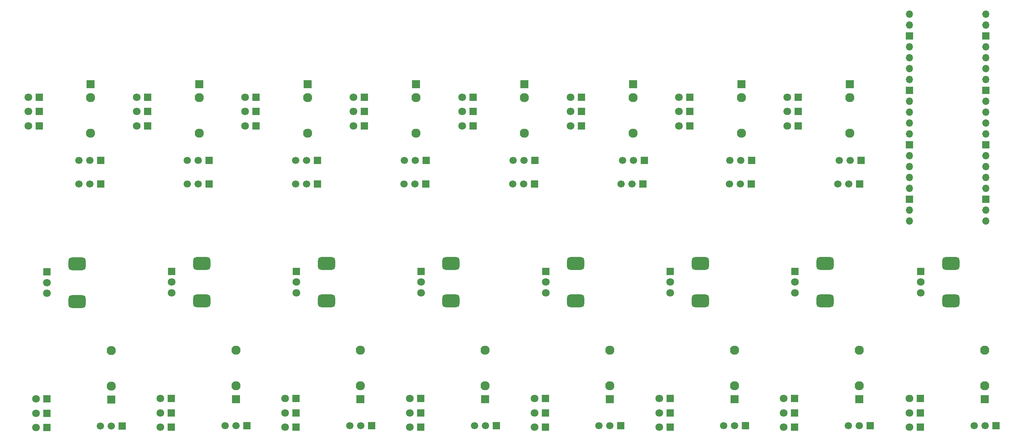
<source format=gts>
G04 #@! TF.GenerationSoftware,KiCad,Pcbnew,9.0.3*
G04 #@! TF.CreationDate,2025-08-26T17:21:35-04:00*
G04 #@! TF.ProjectId,Oblique Palette 0.5.4 PCB Main,4f626c69-7175-4652-9050-616c65747465,0.5.5*
G04 #@! TF.SameCoordinates,Original*
G04 #@! TF.FileFunction,Soldermask,Top*
G04 #@! TF.FilePolarity,Negative*
%FSLAX46Y46*%
G04 Gerber Fmt 4.6, Leading zero omitted, Abs format (unit mm)*
G04 Created by KiCad (PCBNEW 9.0.3) date 2025-08-26 17:21:35*
%MOMM*%
%LPD*%
G01*
G04 APERTURE LIST*
G04 Aperture macros list*
%AMRoundRect*
0 Rectangle with rounded corners*
0 $1 Rounding radius*
0 $2 $3 $4 $5 $6 $7 $8 $9 X,Y pos of 4 corners*
0 Add a 4 corners polygon primitive as box body*
4,1,4,$2,$3,$4,$5,$6,$7,$8,$9,$2,$3,0*
0 Add four circle primitives for the rounded corners*
1,1,$1+$1,$2,$3*
1,1,$1+$1,$4,$5*
1,1,$1+$1,$6,$7*
1,1,$1+$1,$8,$9*
0 Add four rect primitives between the rounded corners*
20,1,$1+$1,$2,$3,$4,$5,0*
20,1,$1+$1,$4,$5,$6,$7,0*
20,1,$1+$1,$6,$7,$8,$9,0*
20,1,$1+$1,$8,$9,$2,$3,0*%
G04 Aperture macros list end*
%ADD10C,2.130000*%
%ADD11R,1.930000X1.830000*%
%ADD12R,1.800000X1.800000*%
%ADD13C,1.800000*%
%ADD14C,1.700000*%
%ADD15R,1.700000X1.700000*%
%ADD16RoundRect,0.750000X-1.250000X-0.750000X1.250000X-0.750000X1.250000X0.750000X-1.250000X0.750000X0*%
%ADD17O,1.700000X1.700000*%
G04 APERTURE END LIST*
D10*
G04 #@! TO.C,J38*
X243853143Y-108034450D03*
X243853143Y-99734450D03*
D11*
X243853143Y-111134450D03*
G04 #@! TD*
D12*
G04 #@! TO.C,D48*
X228853143Y-111004450D03*
D13*
X226313143Y-111004450D03*
G04 #@! TD*
D12*
G04 #@! TO.C,D45*
X228853143Y-114354450D03*
D13*
X226313143Y-114354450D03*
G04 #@! TD*
D12*
G04 #@! TO.C,D44*
X228853143Y-117704450D03*
D13*
X226313143Y-117704450D03*
G04 #@! TD*
D12*
G04 #@! TO.C,D42*
X199577286Y-111004450D03*
D13*
X197037286Y-111004450D03*
G04 #@! TD*
D12*
G04 #@! TO.C,D39*
X199577286Y-114354450D03*
D13*
X197037286Y-114354450D03*
G04 #@! TD*
D12*
G04 #@! TO.C,D38*
X199577286Y-117704450D03*
D13*
X197037286Y-117704450D03*
G04 #@! TD*
D12*
G04 #@! TO.C,D36*
X170551429Y-111004450D03*
D13*
X168011429Y-111004450D03*
G04 #@! TD*
D12*
G04 #@! TO.C,D33*
X170551429Y-114354450D03*
D13*
X168011429Y-114354450D03*
G04 #@! TD*
D12*
G04 #@! TO.C,D32*
X170551429Y-117704450D03*
D13*
X168011429Y-117704450D03*
G04 #@! TD*
D12*
G04 #@! TO.C,D30*
X141525572Y-111004450D03*
D13*
X138985572Y-111004450D03*
G04 #@! TD*
D12*
G04 #@! TO.C,D27*
X141525572Y-114354450D03*
D13*
X138985572Y-114354450D03*
G04 #@! TD*
D12*
G04 #@! TO.C,D26*
X141525572Y-117704450D03*
D13*
X138985572Y-117704450D03*
G04 #@! TD*
D12*
G04 #@! TO.C,D24*
X112499714Y-111004450D03*
D13*
X109959714Y-111004450D03*
G04 #@! TD*
D12*
G04 #@! TO.C,D21*
X112499714Y-114354450D03*
D13*
X109959714Y-114354450D03*
G04 #@! TD*
D12*
G04 #@! TO.C,D20*
X112499714Y-117704450D03*
D13*
X109959714Y-117704450D03*
G04 #@! TD*
D12*
G04 #@! TO.C,D18*
X83473857Y-111004450D03*
D13*
X80933857Y-111004450D03*
G04 #@! TD*
D12*
G04 #@! TO.C,D15*
X83473857Y-114354450D03*
D13*
X80933857Y-114354450D03*
G04 #@! TD*
D12*
G04 #@! TO.C,D14*
X83473857Y-117704450D03*
D13*
X80933857Y-117704450D03*
G04 #@! TD*
D12*
G04 #@! TO.C,D12*
X54448000Y-111004450D03*
D13*
X51908000Y-111004450D03*
G04 #@! TD*
D12*
G04 #@! TO.C,D9*
X54448000Y-114354450D03*
D13*
X51908000Y-114354450D03*
G04 #@! TD*
D12*
G04 #@! TO.C,D8*
X54448000Y-117704450D03*
D13*
X51908000Y-117704450D03*
G04 #@! TD*
D12*
G04 #@! TO.C,D6*
X25422143Y-111094450D03*
D13*
X22882143Y-111094450D03*
G04 #@! TD*
D12*
G04 #@! TO.C,D3*
X25422143Y-114444450D03*
D13*
X22882143Y-114444450D03*
G04 #@! TD*
D12*
G04 #@! TO.C,D2*
X25422143Y-117794450D03*
D13*
X22882143Y-117794450D03*
G04 #@! TD*
D12*
G04 #@! TO.C,D75*
X175157000Y-44037000D03*
D13*
X172617000Y-44037000D03*
G04 #@! TD*
D12*
G04 #@! TO.C,D67*
X124657000Y-44037000D03*
D13*
X122117000Y-44037000D03*
G04 #@! TD*
D12*
G04 #@! TO.C,D58*
X74157000Y-47387000D03*
D13*
X71617000Y-47387000D03*
G04 #@! TD*
D12*
G04 #@! TO.C,D78*
X200407000Y-47387000D03*
D13*
X197867000Y-47387000D03*
G04 #@! TD*
D12*
G04 #@! TO.C,D56*
X48907000Y-40687000D03*
D13*
X46367000Y-40687000D03*
G04 #@! TD*
D12*
G04 #@! TO.C,D76*
X175157000Y-40687000D03*
D13*
X172617000Y-40687000D03*
G04 #@! TD*
D12*
G04 #@! TO.C,D66*
X124657000Y-47387000D03*
D13*
X122117000Y-47387000D03*
G04 #@! TD*
D12*
G04 #@! TO.C,D64*
X99407000Y-40687000D03*
D13*
X96867000Y-40687000D03*
G04 #@! TD*
D12*
G04 #@! TO.C,D71*
X149907000Y-44037000D03*
D13*
X147367000Y-44037000D03*
G04 #@! TD*
D12*
G04 #@! TO.C,D74*
X175157000Y-47387000D03*
D13*
X172617000Y-47387000D03*
G04 #@! TD*
D12*
G04 #@! TO.C,D68*
X124657000Y-40687000D03*
D13*
X122117000Y-40687000D03*
G04 #@! TD*
D12*
G04 #@! TO.C,D80*
X200407000Y-40687000D03*
D13*
X197867000Y-40687000D03*
G04 #@! TD*
D12*
G04 #@! TO.C,D62*
X99407000Y-47387000D03*
D13*
X96867000Y-47387000D03*
G04 #@! TD*
D12*
G04 #@! TO.C,D50*
X23657000Y-47387000D03*
D13*
X21117000Y-47387000D03*
G04 #@! TD*
D12*
G04 #@! TO.C,D59*
X74157000Y-44037000D03*
D13*
X71617000Y-44037000D03*
G04 #@! TD*
D12*
G04 #@! TO.C,D60*
X74157000Y-40687000D03*
D13*
X71617000Y-40687000D03*
G04 #@! TD*
D12*
G04 #@! TO.C,D63*
X99407000Y-44037000D03*
D13*
X96867000Y-44037000D03*
G04 #@! TD*
D12*
G04 #@! TO.C,D72*
X149907000Y-40687000D03*
D13*
X147367000Y-40687000D03*
G04 #@! TD*
D12*
G04 #@! TO.C,D55*
X48907000Y-44037000D03*
D13*
X46367000Y-44037000D03*
G04 #@! TD*
D12*
G04 #@! TO.C,D70*
X149907000Y-47387000D03*
D13*
X147367000Y-47387000D03*
G04 #@! TD*
D12*
G04 #@! TO.C,D52*
X23657000Y-40687000D03*
D13*
X21117000Y-40687000D03*
G04 #@! TD*
D12*
G04 #@! TO.C,D51*
X23657000Y-44037000D03*
D13*
X21117000Y-44037000D03*
G04 #@! TD*
D12*
G04 #@! TO.C,D79*
X200407000Y-44037000D03*
D13*
X197867000Y-44037000D03*
G04 #@! TD*
D12*
G04 #@! TO.C,D54*
X48907000Y-47387000D03*
D13*
X46367000Y-47387000D03*
G04 #@! TD*
D14*
G04 #@! TO.C,J16*
X37922143Y-117444450D03*
X40462143Y-117444450D03*
D15*
X43002143Y-117444450D03*
G04 #@! TD*
D10*
G04 #@! TO.C,J17*
X40422143Y-108124450D03*
X40422143Y-99824450D03*
D11*
X40422143Y-111224450D03*
G04 #@! TD*
D16*
G04 #@! TO.C,RV1*
X32482143Y-88344450D03*
X32482143Y-79544450D03*
D13*
X25482143Y-86444450D03*
X25482143Y-83944450D03*
D12*
X25482143Y-81444450D03*
G04 #@! TD*
D15*
G04 #@! TO.C,J56*
X138972000Y-60982000D03*
D14*
X136432000Y-60982000D03*
X133892000Y-60982000D03*
G04 #@! TD*
D12*
G04 #@! TO.C,RV2*
X54508000Y-81354450D03*
D13*
X54508000Y-83854450D03*
X54508000Y-86354450D03*
D16*
X61508000Y-79454450D03*
X61508000Y-88254450D03*
G04 #@! TD*
D12*
G04 #@! TO.C,RV3*
X83533857Y-81354450D03*
D13*
X83533857Y-83854450D03*
X83533857Y-86354450D03*
D16*
X90533857Y-79454450D03*
X90533857Y-88254450D03*
G04 #@! TD*
D11*
G04 #@! TO.C,J42*
X35657000Y-37687000D03*
D10*
X35657000Y-49087000D03*
X35657000Y-40787000D03*
G04 #@! TD*
D15*
G04 #@! TO.C,J8*
X113737000Y-55439010D03*
D14*
X111197000Y-55439010D03*
X108657000Y-55439010D03*
G04 #@! TD*
D15*
G04 #@! TO.C,J15*
X189547000Y-55439010D03*
D14*
X187007000Y-55439010D03*
X184467000Y-55439010D03*
G04 #@! TD*
D12*
G04 #@! TO.C,RV8*
X228913143Y-81354450D03*
D13*
X228913143Y-83854450D03*
X228913143Y-86354450D03*
D16*
X235913143Y-79454450D03*
X235913143Y-88254450D03*
G04 #@! TD*
D11*
G04 #@! TO.C,J46*
X60907000Y-37687000D03*
D10*
X60907000Y-49087000D03*
X60907000Y-40787000D03*
G04 #@! TD*
D15*
G04 #@! TO.C,J44*
X63222000Y-60982000D03*
D14*
X60682000Y-60982000D03*
X58142000Y-60982000D03*
G04 #@! TD*
D15*
G04 #@! TO.C,J31*
X188131429Y-117354450D03*
D14*
X185591429Y-117354450D03*
X183051429Y-117354450D03*
G04 #@! TD*
D15*
G04 #@! TO.C,J12*
X139047000Y-55439010D03*
D14*
X136507000Y-55439010D03*
X133967000Y-55439010D03*
G04 #@! TD*
D12*
G04 #@! TO.C,RV4*
X112559714Y-81354450D03*
D13*
X112559714Y-83854450D03*
X112559714Y-86354450D03*
D16*
X119559714Y-79454450D03*
X119559714Y-88254450D03*
G04 #@! TD*
D15*
G04 #@! TO.C,J10*
X164547000Y-55439010D03*
D14*
X162007000Y-55439010D03*
X159467000Y-55439010D03*
G04 #@! TD*
D12*
G04 #@! TO.C,RV5*
X141585572Y-81354450D03*
D13*
X141585572Y-83854450D03*
X141585572Y-86354450D03*
D16*
X148585572Y-79454450D03*
X148585572Y-88254450D03*
G04 #@! TD*
D15*
G04 #@! TO.C,J25*
X130079714Y-117354450D03*
D14*
X127539714Y-117354450D03*
X124999714Y-117354450D03*
G04 #@! TD*
D11*
G04 #@! TO.C,J20*
X69448000Y-111134450D03*
D10*
X69448000Y-99734450D03*
X69448000Y-108034450D03*
G04 #@! TD*
D15*
G04 #@! TO.C,J40*
X37972000Y-60982000D03*
D14*
X35432000Y-60982000D03*
X32892000Y-60982000D03*
G04 #@! TD*
D11*
G04 #@! TO.C,J32*
X185551429Y-111134450D03*
D10*
X185551429Y-99734450D03*
X185551429Y-108034450D03*
G04 #@! TD*
D15*
G04 #@! TO.C,J1*
X37962903Y-55456998D03*
D14*
X35422903Y-55456998D03*
X32882903Y-55456998D03*
G04 #@! TD*
D15*
G04 #@! TO.C,J22*
X101053857Y-117354450D03*
D14*
X98513857Y-117354450D03*
X95973857Y-117354450D03*
G04 #@! TD*
D11*
G04 #@! TO.C,J66*
X187157000Y-37687000D03*
D10*
X187157000Y-49087000D03*
X187157000Y-40787000D03*
G04 #@! TD*
D15*
G04 #@! TO.C,J28*
X159105572Y-117354450D03*
D14*
X156565572Y-117354450D03*
X154025572Y-117354450D03*
G04 #@! TD*
D12*
G04 #@! TO.C,RV6*
X170611429Y-81354450D03*
D13*
X170611429Y-83854450D03*
X170611429Y-86354450D03*
D16*
X177611429Y-79454450D03*
X177611429Y-88254450D03*
G04 #@! TD*
D11*
G04 #@! TO.C,J62*
X161907000Y-37687000D03*
D10*
X161907000Y-49087000D03*
X161907000Y-40787000D03*
G04 #@! TD*
D15*
G04 #@! TO.C,J19*
X72028000Y-117354450D03*
D14*
X69488000Y-117354450D03*
X66948000Y-117354450D03*
G04 #@! TD*
D15*
G04 #@! TO.C,J64*
X189472000Y-60982000D03*
D14*
X186932000Y-60982000D03*
X184392000Y-60982000D03*
G04 #@! TD*
D15*
G04 #@! TO.C,J34*
X217157286Y-117354450D03*
D14*
X214617286Y-117354450D03*
X212077286Y-117354450D03*
G04 #@! TD*
D11*
G04 #@! TO.C,J35*
X214577286Y-111134450D03*
D10*
X214577286Y-99734450D03*
X214577286Y-108034450D03*
G04 #@! TD*
D11*
G04 #@! TO.C,J23*
X98473857Y-111134450D03*
D10*
X98473857Y-99734450D03*
X98473857Y-108034450D03*
G04 #@! TD*
D15*
G04 #@! TO.C,J68*
X214722000Y-60982000D03*
D14*
X212182000Y-60982000D03*
X209642000Y-60982000D03*
G04 #@! TD*
D11*
G04 #@! TO.C,J29*
X156525572Y-111134450D03*
D10*
X156525572Y-99734450D03*
X156525572Y-108034450D03*
G04 #@! TD*
D11*
G04 #@! TO.C,J58*
X136657000Y-37687000D03*
D10*
X136657000Y-49087000D03*
X136657000Y-40787000D03*
G04 #@! TD*
D15*
G04 #@! TO.C,J6*
X88487000Y-55439010D03*
D14*
X85947000Y-55439010D03*
X83407000Y-55439010D03*
G04 #@! TD*
D11*
G04 #@! TO.C,J70*
X212407000Y-37687000D03*
D10*
X212407000Y-49087000D03*
X212407000Y-40787000D03*
G04 #@! TD*
D11*
G04 #@! TO.C,J26*
X127499714Y-111134450D03*
D10*
X127499714Y-99734450D03*
X127499714Y-108034450D03*
G04 #@! TD*
D15*
G04 #@! TO.C,J37*
X246433143Y-117354450D03*
D14*
X243893143Y-117354450D03*
X241353143Y-117354450D03*
G04 #@! TD*
D11*
G04 #@! TO.C,J54*
X111407000Y-37687000D03*
D10*
X111407000Y-49087000D03*
X111407000Y-40787000D03*
G04 #@! TD*
D15*
G04 #@! TO.C,J3*
X63237000Y-55439010D03*
D14*
X60697000Y-55439010D03*
X58157000Y-55439010D03*
G04 #@! TD*
D15*
G04 #@! TO.C,J48*
X88472000Y-60982000D03*
D14*
X85932000Y-60982000D03*
X83392000Y-60982000D03*
G04 #@! TD*
D12*
G04 #@! TO.C,RV7*
X199637286Y-81354450D03*
D13*
X199637286Y-83854450D03*
X199637286Y-86354450D03*
D16*
X206637286Y-79454450D03*
X206637286Y-88254450D03*
G04 #@! TD*
D15*
G04 #@! TO.C,J18*
X215047000Y-55457000D03*
D14*
X212507000Y-55457000D03*
X209967000Y-55457000D03*
G04 #@! TD*
D15*
G04 #@! TO.C,J52*
X113722000Y-60982000D03*
D14*
X111182000Y-60982000D03*
X108642000Y-60982000D03*
G04 #@! TD*
D11*
G04 #@! TO.C,J50*
X86157000Y-37687000D03*
D10*
X86157000Y-49087000D03*
X86157000Y-40787000D03*
G04 #@! TD*
D15*
G04 #@! TO.C,J60*
X164222000Y-60982000D03*
D14*
X161682000Y-60982000D03*
X159142000Y-60982000D03*
G04 #@! TD*
D17*
G04 #@! TO.C,U2*
X226267000Y-69557000D03*
X226267000Y-67017000D03*
D15*
X226267000Y-64477000D03*
D17*
X226267000Y-61937000D03*
X226267000Y-59397000D03*
X226267000Y-56857000D03*
X226267000Y-54317000D03*
D15*
X226267000Y-51777000D03*
D17*
X226267000Y-49237000D03*
X226267000Y-46697000D03*
X226267000Y-44157000D03*
X226267000Y-41617000D03*
D15*
X226267000Y-39077000D03*
D17*
X226267000Y-36537000D03*
X226267000Y-33997000D03*
X226267000Y-31457000D03*
X226267000Y-28917000D03*
D15*
X226267000Y-26377000D03*
D17*
X226267000Y-23837000D03*
X226267000Y-21297000D03*
X244047000Y-21297000D03*
X244047000Y-23837000D03*
D15*
X244047000Y-26377000D03*
D17*
X244047000Y-28917000D03*
X244047000Y-31457000D03*
X244047000Y-33997000D03*
X244047000Y-36537000D03*
D15*
X244047000Y-39077000D03*
D17*
X244047000Y-41617000D03*
X244047000Y-44157000D03*
X244047000Y-46697000D03*
X244047000Y-49237000D03*
D15*
X244047000Y-51777000D03*
D17*
X244047000Y-54317000D03*
X244047000Y-56857000D03*
X244047000Y-59397000D03*
X244047000Y-61937000D03*
D15*
X244047000Y-64477000D03*
D17*
X244047000Y-67017000D03*
X244047000Y-69557000D03*
G04 #@! TD*
M02*

</source>
